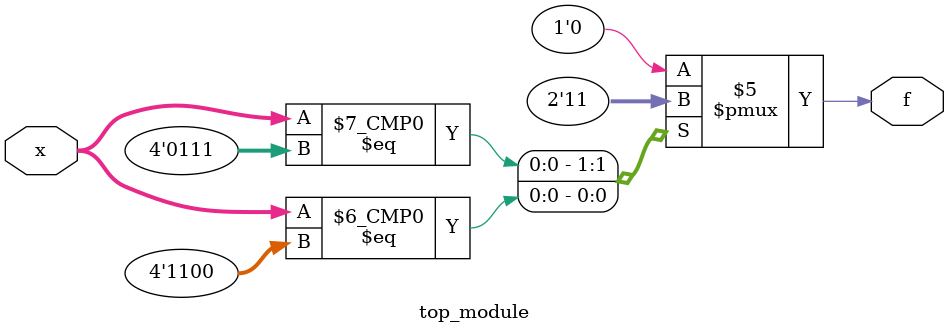
<source format=sv>
module top_module (
    input [4:1] x,
    output logic f
);

    always_comb begin
        case (x)
            4'b00x0: f = 1'b0;
            4'b0010: f = 1'b0;
            4'b0101: f = 1'b0;
            4'b0111: f = 1'b1;
            4'b1100: f = 1'b1;
            4'b11x0: f = 1'b0;
            4'b1010: f = 1'b0;
            default: f = 1'b0;
        endcase
    end
endmodule

</source>
